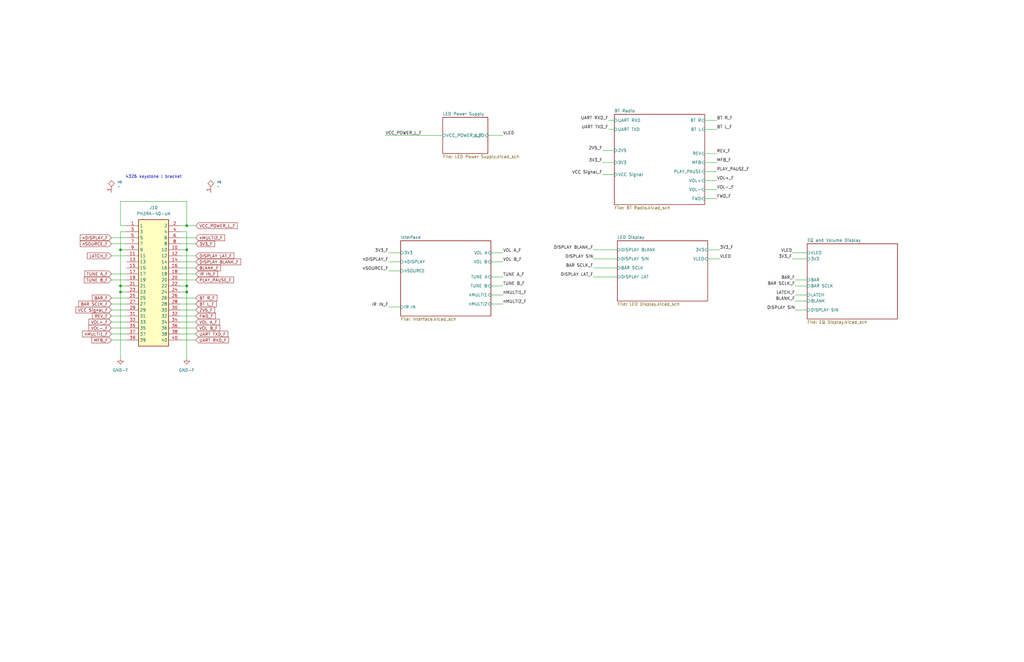
<source format=kicad_sch>
(kicad_sch (version 20231120) (generator "eeschema") (generator_version "8.0")
  (paper "B")
  (lib_symbols
    (symbol "1 Audio Amp:PH2RA-40-UA"
      (property "Reference" "J" (at 19.05 7.62 0))
      (property "Value" "PH2RA-40-UA" (at 19.05 5.08 0))
      (symbol "PH2RA-40-UA_1_1"
        (rectangle (start 5.08 2.54) (end 17.78 -50.8) (stroke (width 0.254)) (fill (type background)))
        (pin passive line (at 0 0 0) (length 5.08) (name "1") (number "1"))
        (pin passive line (at 22.86 -10.16 180) (length 5.08) (name "10") (number "10"))
        (pin passive line (at 0 -12.7 0) (length 5.08) (name "11") (number "11"))
        (pin passive line (at 22.86 -12.7 180) (length 5.08) (name "12") (number "12"))
        (pin passive line (at 0 -15.24 0) (length 5.08) (name "13") (number "13"))
        (pin passive line (at 22.86 -15.24 180) (length 5.08) (name "14") (number "14"))
        (pin passive line (at 0 -17.78 0) (length 5.08) (name "15") (number "15"))
        (pin passive line (at 22.86 -17.78 180) (length 5.08) (name "16") (number "16"))
        (pin passive line (at 0 -20.32 0) (length 5.08) (name "17") (number "17"))
        (pin passive line (at 22.86 -20.32 180) (length 5.08) (name "18") (number "18"))
        (pin passive line (at 0 -22.86 0) (length 5.08) (name "19") (number "19"))
        (pin passive line (at 22.86 0 180) (length 5.08) (name "2") (number "2"))
        (pin passive line (at 22.86 -22.86 180) (length 5.08) (name "20") (number "20"))
        (pin passive line (at 0 -25.4 0) (length 5.08) (name "21") (number "21"))
        (pin passive line (at 22.86 -25.4 180) (length 5.08) (name "22") (number "22"))
        (pin passive line (at 0 -27.94 0) (length 5.08) (name "23") (number "23"))
        (pin passive line (at 22.86 -27.94 180) (length 5.08) (name "24") (number "24"))
        (pin passive line (at 0 -30.48 0) (length 5.08) (name "25") (number "25"))
        (pin passive line (at 22.86 -30.48 180) (length 5.08) (name "26") (number "26"))
        (pin passive line (at 0 -33.02 0) (length 5.08) (name "27") (number "27"))
        (pin passive line (at 22.86 -33.02 180) (length 5.08) (name "28") (number "28"))
        (pin passive line (at 0 -35.56 0) (length 5.08) (name "29") (number "29"))
        (pin passive line (at 0 -2.54 0) (length 5.08) (name "3") (number "3"))
        (pin passive line (at 22.86 -35.56 180) (length 5.08) (name "30") (number "30"))
        (pin passive line (at 0 -38.1 0) (length 5.08) (name "31") (number "31"))
        (pin passive line (at 22.86 -38.1 180) (length 5.08) (name "32") (number "32"))
        (pin passive line (at 0 -40.64 0) (length 5.08) (name "33") (number "33"))
        (pin passive line (at 22.86 -40.64 180) (length 5.08) (name "34") (number "34"))
        (pin passive line (at 0 -43.18 0) (length 5.08) (name "35") (number "35"))
        (pin passive line (at 22.86 -43.18 180) (length 5.08) (name "36") (number "36"))
        (pin passive line (at 0 -45.72 0) (length 5.08) (name "37") (number "37"))
        (pin passive line (at 22.86 -45.72 180) (length 5.08) (name "38") (number "38"))
        (pin passive line (at 0 -48.26 0) (length 5.08) (name "39") (number "39"))
        (pin passive line (at 22.86 -2.54 180) (length 5.08) (name "4") (number "4"))
        (pin passive line (at 22.86 -48.26 180) (length 5.08) (name "40") (number "40"))
        (pin passive line (at 0 -5.08 0) (length 5.08) (name "5") (number "5"))
        (pin passive line (at 22.86 -5.08 180) (length 5.08) (name "6") (number "6"))
        (pin passive line (at 0 -7.62 0) (length 5.08) (name "7") (number "7"))
        (pin passive line (at 22.86 -7.62 180) (length 5.08) (name "8") (number "8"))
        (pin passive line (at 0 -10.16 0) (length 5.08) (name "9") (number "9"))
      )
    )
    (symbol "1 Audio Amp:TP"
      (property "Reference" "TP" (at 2.54 -1.27 0))
      (symbol "TP_0_1"
        (polyline (pts (xy 0 -1.27) (xy 1.27 0) (xy 0 1.27) (xy -1.27 0) (xy 0 -1.27)))
      )
      (symbol "TP_1_1"
        (pin input line (at 0 -3.81 90) (length 2.54) (name "") (number "1"))
      )
    )
    (symbol "GND_1" (power) (pin_names (offset 0))
      (property "Value" "GND" (at 0 -3.81 0))
      (symbol "GND_1_0_1"
        (polyline (pts (xy 0 0) (xy 0 -1.27) (xy 1.27 -1.27) (xy 0 -2.54) (xy -1.27 -1.27) (xy 0 -1.27)))
      )
      (symbol "GND_1_1_1"
        (pin power_in line (at 0 0 270) (length 0) hide (name "GND") (number "1"))
      )
    )
    (symbol "GND_7" (power) (pin_names (offset 0))
      (property "Value" "GND" (at 0 -3.81 0))
      (symbol "GND_7_0_1"
        (polyline (pts (xy 0 0) (xy 0 -1.27) (xy 1.27 -1.27) (xy 0 -2.54) (xy -1.27 -1.27) (xy 0 -1.27)))
      )
      (symbol "GND_7_1_1"
        (pin power_in line (at 0 0 270) (length 0) hide (name "GND") (number "1"))
      )
    )
  )
  (junction (at 50.8 105.41))
  (junction (at 78.74 95.25))
  (junction (at 50.8 120.65))
  (junction (at 78.74 123.19))
  (junction (at 50.8 123.19))
  (junction (at 78.74 105.41))
  (junction (at 78.74 120.65))
  (wire (pts (xy 340.36 106.68) (xy 334.01 106.68)))
  (wire (pts (xy 76.2 138.43) (xy 82.55 138.43)))
  (wire (pts (xy 163.83 129.54) (xy 168.91 129.54)))
  (wire (pts (xy 50.8 95.25) (xy 50.8 85.09)))
  (wire (pts (xy 212.09 116.84) (xy 207.01 116.84)))
  (wire (pts (xy 76.2 105.41) (xy 78.74 105.41)))
  (wire (pts (xy 162.56 57.15) (xy 186.69 57.15)))
  (wire (pts (xy 76.2 113.03) (xy 82.55 113.03)))
  (wire (pts (xy 340.36 109.22) (xy 334.01 109.22)))
  (wire (pts (xy 50.8 123.19) (xy 50.8 151.13)))
  (wire (pts (xy 297.18 76.2) (xy 302.26 76.2)))
  (wire (pts (xy 340.36 120.65) (xy 335.28 120.65)))
  (wire (pts (xy 46.99 138.43) (xy 53.34 138.43)))
  (wire (pts (xy 46.99 140.97) (xy 53.34 140.97)))
  (wire (pts (xy 76.2 102.87) (xy 82.55 102.87)))
  (wire (pts (xy 46.99 128.27) (xy 53.34 128.27)))
  (wire (pts (xy 78.74 123.19) (xy 78.74 151.13)))
  (wire (pts (xy 50.8 95.25) (xy 53.34 95.25)))
  (wire (pts (xy 76.2 100.33) (xy 82.55 100.33)))
  (wire (pts (xy 298.45 109.22) (xy 303.53 109.22)))
  (wire (pts (xy 212.09 128.27) (xy 207.01 128.27)))
  (wire (pts (xy 76.2 115.57) (xy 82.55 115.57)))
  (wire (pts (xy 76.2 130.81) (xy 82.55 130.81)))
  (wire (pts (xy 76.2 97.79) (xy 78.74 97.79)))
  (wire (pts (xy 256.54 54.61) (xy 259.08 54.61)))
  (wire (pts (xy 50.8 97.79) (xy 50.8 105.41)))
  (wire (pts (xy 78.74 97.79) (xy 78.74 105.41)))
  (wire (pts (xy 46.99 100.33) (xy 53.34 100.33)))
  (wire (pts (xy 297.18 80.01) (xy 302.26 80.01)))
  (wire (pts (xy 212.09 106.68) (xy 207.01 106.68)))
  (wire (pts (xy 205.74 57.15) (xy 212.09 57.15)))
  (wire (pts (xy 297.18 64.77) (xy 302.26 64.77)))
  (wire (pts (xy 46.99 107.95) (xy 53.34 107.95)))
  (wire (pts (xy 163.83 114.3) (xy 168.91 114.3)))
  (wire (pts (xy 163.83 106.68) (xy 168.91 106.68)))
  (wire (pts (xy 297.18 50.8) (xy 302.26 50.8)))
  (wire (pts (xy 76.2 123.19) (xy 78.74 123.19)))
  (wire (pts (xy 76.2 125.73) (xy 82.55 125.73)))
  (wire (pts (xy 76.2 133.35) (xy 82.55 133.35)))
  (wire (pts (xy 50.8 120.65) (xy 53.34 120.65)))
  (wire (pts (xy 76.2 107.95) (xy 82.55 107.95)))
  (wire (pts (xy 78.74 120.65) (xy 78.74 123.19)))
  (wire (pts (xy 76.2 110.49) (xy 82.55 110.49)))
  (wire (pts (xy 78.74 105.41) (xy 78.74 120.65)))
  (wire (pts (xy 256.54 50.8) (xy 259.08 50.8)))
  (wire (pts (xy 163.83 110.49) (xy 168.91 110.49)))
  (wire (pts (xy 78.74 85.09) (xy 78.74 95.25)))
  (wire (pts (xy 46.99 133.35) (xy 53.34 133.35)))
  (wire (pts (xy 46.99 130.81) (xy 53.34 130.81)))
  (wire (pts (xy 250.19 109.22) (xy 260.35 109.22)))
  (wire (pts (xy 76.2 95.25) (xy 78.74 95.25)))
  (wire (pts (xy 76.2 118.11) (xy 82.55 118.11)))
  (wire (pts (xy 212.09 124.46) (xy 207.01 124.46)))
  (wire (pts (xy 46.99 115.57) (xy 53.34 115.57)))
  (wire (pts (xy 259.08 68.58) (xy 254 68.58)))
  (wire (pts (xy 46.99 135.89) (xy 53.34 135.89)))
  (wire (pts (xy 250.19 116.84) (xy 260.35 116.84)))
  (wire (pts (xy 76.2 128.27) (xy 82.55 128.27)))
  (wire (pts (xy 212.09 110.49) (xy 207.01 110.49)))
  (wire (pts (xy 53.34 123.19) (xy 50.8 123.19)))
  (wire (pts (xy 76.2 143.51) (xy 82.55 143.51)))
  (wire (pts (xy 340.36 127) (xy 335.28 127)))
  (wire (pts (xy 76.2 120.65) (xy 78.74 120.65)))
  (wire (pts (xy 46.99 143.51) (xy 53.34 143.51)))
  (wire (pts (xy 46.99 118.11) (xy 53.34 118.11)))
  (wire (pts (xy 46.99 102.87) (xy 53.34 102.87)))
  (wire (pts (xy 340.36 124.46) (xy 335.28 124.46)))
  (wire (pts (xy 53.34 105.41) (xy 50.8 105.41)))
  (wire (pts (xy 298.45 105.41) (xy 303.53 105.41)))
  (wire (pts (xy 340.36 118.11) (xy 335.28 118.11)))
  (wire (pts (xy 212.09 120.65) (xy 207.01 120.65)))
  (wire (pts (xy 50.8 105.41) (xy 50.8 120.65)))
  (wire (pts (xy 50.8 120.65) (xy 50.8 123.19)))
  (wire (pts (xy 250.19 113.03) (xy 260.35 113.03)))
  (wire (pts (xy 53.34 97.79) (xy 50.8 97.79)))
  (wire (pts (xy 297.18 83.82) (xy 302.26 83.82)))
  (wire (pts (xy 254 63.5) (xy 259.08 63.5)))
  (wire (pts (xy 46.99 125.73) (xy 53.34 125.73)))
  (wire (pts (xy 78.74 95.25) (xy 82.55 95.25)))
  (wire (pts (xy 50.8 85.09) (xy 78.74 85.09)))
  (wire (pts (xy 259.08 73.66) (xy 254 73.66)))
  (wire (pts (xy 76.2 135.89) (xy 82.55 135.89)))
  (wire (pts (xy 297.18 72.39) (xy 302.26 72.39)))
  (wire (pts (xy 297.18 54.61) (xy 302.26 54.61)))
  (wire (pts (xy 297.18 68.58) (xy 302.26 68.58)))
  (wire (pts (xy 76.2 140.97) (xy 82.55 140.97)))
  (wire (pts (xy 250.19 105.41) (xy 260.35 105.41)))
  (wire (pts (xy 335.28 130.81) (xy 340.36 130.81)))
  (text "4326 keystone l bracket" (at 64.77 74.676 0) (effects (font (size 1.27 1.27))))
  (label "VLED" (at 303.53 109.22 0))
  (label "BAR_F" (at 335.28 118.11 180))
  (label "MFB_F" (at 302.26 68.58 0))
  (label "DISPLAY BLANK_F" (at 250.19 105.41 180))
  (label "REV_F" (at 302.26 64.77 0))
  (label "VLED" (at 212.09 57.15 0))
  (label "LATCH_F" (at 335.28 124.46 180))
  (label "DISPLAY SIN" (at 335.28 130.81 180))
  (label "2V5_F" (at 254 63.5 180))
  (label "BT L_F" (at 302.26 54.61 0))
  (label "PLAY_PAUSE_F" (at 302.26 72.39 0))
  (label "VCC_POWER_L_F" (at 162.56 57.15 0))
  (label "VLED" (at 334.01 106.68 180))
  (label "BLANK_F" (at 335.28 127 180))
  (label "IR IN_F" (at 163.83 129.54 180))
  (label "3V3_F" (at 254 68.58 180))
  (label "VOL B_F" (at 212.09 110.49 0))
  (label "BT R_F" (at 302.26 50.8 0))
  (label "VOL-_F" (at 302.26 80.01 0))
  (label "BAR SCLK_F" (at 335.28 120.65 180))
  (label "VOL+_F" (at 302.26 76.2 0))
  (label "nDISPLAY_F" (at 163.83 110.49 180))
  (label "3V3_F" (at 163.83 106.68 180))
  (label "BAR SCLK_F" (at 250.19 113.03 180))
  (label "VCC Signal_F" (at 254 73.66 180))
  (label "nMULTI2_F" (at 212.09 128.27 0))
  (label "TUNE A_F" (at 212.09 116.84 0))
  (label "TUNE B_F" (at 212.09 120.65 0))
  (label "3V3_F" (at 334.01 109.22 180))
  (label "FWD_F" (at 302.26 83.82 0))
  (label "UART RXD_F" (at 256.54 50.8 180))
  (label "VOL A_F" (at 212.09 106.68 0))
  (label "DISPLAY LAT_F" (at 250.19 116.84 180))
  (label "DISPLAY SIN" (at 250.19 109.22 180))
  (label "3V3_F" (at 303.53 105.41 0))
  (label "nMULTI1_F" (at 212.09 124.46 0))
  (label "UART TXD_F" (at 256.54 54.61 180))
  (label "nSOURCE_F" (at 163.83 114.3 180))
  (global_label "nMULTI1_F" (shape input) (at 46.99 140.97 180) (property "Intersheetrefs" "${INTERSHEET_REFS}" (effects (hide yes))))
  (global_label "BT L_F" (shape input) (at 82.55 128.27 0) (property "Intersheetrefs" "${INTERSHEET_REFS}" (effects (hide yes))))
  (global_label "nMULTI2_F" (shape input) (at 82.55 100.33 0) (property "Intersheetrefs" "${INTERSHEET_REFS}" (effects (hide yes))))
  (global_label "TUNE B_F" (shape input) (at 46.99 118.11 180) (property "Intersheetrefs" "${INTERSHEET_REFS}" (effects (hide yes))))
  (global_label "VOL B_F" (shape input) (at 82.55 138.43 0) (property "Intersheetrefs" "${INTERSHEET_REFS}" (effects (hide yes))))
  (global_label "PLAY_PAUSE_F" (shape input) (at 82.55 118.11 0) (property "Intersheetrefs" "${INTERSHEET_REFS}" (effects (hide yes))))
  (global_label "UART TXD_F" (shape input) (at 82.55 140.97 0) (property "Intersheetrefs" "${INTERSHEET_REFS}" (effects (hide yes))))
  (global_label "2V5_F" (shape input) (at 82.55 130.81 0) (property "Intersheetrefs" "${INTERSHEET_REFS}" (effects (hide yes))))
  (global_label "MFB_F" (shape input) (at 46.99 143.51 180) (property "Intersheetrefs" "${INTERSHEET_REFS}" (effects (hide yes))))
  (global_label "3V3_F" (shape input) (at 82.55 102.87 0) (property "Intersheetrefs" "${INTERSHEET_REFS}" (effects (hide yes))))
  (global_label "UART RXD_F" (shape input) (at 82.55 143.51 0) (property "Intersheetrefs" "${INTERSHEET_REFS}" (effects (hide yes))))
  (global_label "nDISPLAY_F" (shape input) (at 46.99 100.33 180) (property "Intersheetrefs" "${INTERSHEET_REFS}" (effects (hide yes))))
  (global_label "VOL-_F" (shape input) (at 46.99 138.43 180) (property "Intersheetrefs" "${INTERSHEET_REFS}" (effects (hide yes))))
  (global_label "REV_F" (shape input) (at 46.99 133.35 180) (property "Intersheetrefs" "${INTERSHEET_REFS}" (effects (hide yes))))
  (global_label "FWD_F" (shape input) (at 82.55 133.35 0) (property "Intersheetrefs" "${INTERSHEET_REFS}" (effects (hide yes))))
  (global_label "DISPLAY BLANK_F" (shape input) (at 82.55 110.49 0) (property "Intersheetrefs" "${INTERSHEET_REFS}" (effects (hide yes))))
  (global_label "IR IN_F" (shape input) (at 82.55 115.57 0) (property "Intersheetrefs" "${INTERSHEET_REFS}" (effects (hide yes))))
  (global_label "TUNE A_F" (shape input) (at 46.99 115.57 180) (property "Intersheetrefs" "${INTERSHEET_REFS}" (effects (hide yes))))
  (global_label "VCC_POWER_L_F" (shape input) (at 82.55 95.25 0) (property "Intersheetrefs" "${INTERSHEET_REFS}" (effects (hide yes))))
  (global_label "VOL+_F" (shape input) (at 46.99 135.89 180) (property "Intersheetrefs" "${INTERSHEET_REFS}" (effects (hide yes))))
  (global_label "VCC Signal_F" (shape input) (at 46.99 130.81 180) (property "Intersheetrefs" "${INTERSHEET_REFS}" (effects (hide yes))))
  (global_label "BT R_F" (shape input) (at 82.55 125.73 0) (property "Intersheetrefs" "${INTERSHEET_REFS}" (effects (hide yes))))
  (global_label "BAR_F" (shape input) (at 46.99 125.73 180) (property "Intersheetrefs" "${INTERSHEET_REFS}" (effects (hide yes))))
  (global_label "BAR SCLK_F" (shape input) (at 46.99 128.27 180) (property "Intersheetrefs" "${INTERSHEET_REFS}" (effects (hide yes))))
  (global_label "LATCH_F" (shape input) (at 46.99 107.95 180) (property "Intersheetrefs" "${INTERSHEET_REFS}" (effects (hide yes))))
  (global_label "BLANK_F" (shape input) (at 82.55 113.03 0) (property "Intersheetrefs" "${INTERSHEET_REFS}" (effects (hide yes))))
  (global_label "DISPLAY LAT_F" (shape input) (at 82.55 107.95 0) (property "Intersheetrefs" "${INTERSHEET_REFS}" (effects (hide yes))))
  (global_label "nSOURCE_F" (shape input) (at 46.99 102.87 180) (property "Intersheetrefs" "${INTERSHEET_REFS}" (effects (hide yes))))
  (global_label "VOL A_F" (shape input) (at 82.55 135.89 0) (property "Intersheetrefs" "${INTERSHEET_REFS}" (effects (hide yes))))
  (symbol (lib_name "GND_1") (lib_id "power:GND") (at 78.74 151.13 0) (mirror y) (unit 1)
    (property "Reference" "#PWR0265" (effects (hide yes)))
    (property "Value" "GND-F" (at 78.74 156.21 0))
  )
  (symbol (lib_id "1 Audio Amp:TP") (at 88.9 77.47 0) (unit 1)
    (property "Reference" "H6" (at 91.44 76.835 0) (effects (font (size 0.9 0.9)) (justify left)))
    (property "Value" "~" (at 91.44 78.74 0) (effects (justify left)))
    (property "Footprint" "MountingHole:MountingHole_3.7mm_Pad_TopBottom" (effects (hide yes)))
  )
  (symbol (lib_id "1 Audio Amp:TP") (at 46.99 77.47 0) (unit 1)
    (property "Reference" "H5" (at 49.53 76.835 0) (effects (font (size 0.9 0.9)) (justify left)))
    (property "Value" "~" (at 49.53 78.74 0) (effects (justify left)))
    (property "Footprint" "MountingHole:MountingHole_3.7mm_Pad_TopBottom" (effects (hide yes)))
  )
  (symbol (lib_name "GND_7") (lib_id "power:GND") (at 50.8 151.13 0) (mirror y) (unit 1)
    (property "Reference" "#PWR0264" (effects (hide yes)))
    (property "Value" "GND-F" (at 50.8 156.21 0))
  )
  (symbol (lib_id "1 Audio Amp:PH2RA-40-UA") (at 53.34 95.25 0) (unit 1)
    (property "Reference" "J10" (at 64.77 87.63 0))
    (property "Value" "PH2RA-40-UA" (at 64.77 90.17 0))
    (property "Footprint" "1 Audio Amp:HDRRA40W64P254_2X20_5080X250X500P" (effects (hide yes)))
    (property "Datasheet" "https://app.adam-tech.com/products/download/data_sheet/200508/ph2ra-xx-ua-data-sheet.pdf" (effects (hide yes)))
    (property "Description" "Connector Header Through Hole, Right Angle 40 position 0.100\" (2.54mm)" (effects (hide yes)))
    (property "Height" "5" (effects (hide yes)))
    (property "Manufacturer_Name" "Adam Tech" (effects (hide yes)))
    (property "Manufacturer_Part_Number" "PH2RA-40-UA" (effects (hide yes)))
    (property "Mouser Part Number" "737-PH2RA-40-UA" (effects (hide yes)))
    (property "Mouser Price/Stock" "https://www.mouser.co.uk/ProductDetail/Adam-Tech/PH2RA-40-UA?qs=HoCaDK9Nz5efc%252BNyH2K8lg%3D%3D" (effects (hide yes)))
  )
  (sheet (at 260.35 101.6) (size 38.1 25.4) (stroke (width 0.1524))
    (property "Sheetname" "LED Display" (at 260.35 100.8884 0) (effects (justify left bottom)))
    (property "Sheetfile" "LED Display.kicad_sch" (at 260.35 127.5846 0) (effects (justify left top)))
    (pin "DISPLAY BLANK" input (at 260.35 105.41 180))
    (pin "DISPLAY SIN" input (at 260.35 109.22 180))
    (pin "DISPLAY LAT" input (at 260.35 116.84 180))
    (pin "VLED" input (at 298.45 109.22 0))
    (pin "BAR SCLK" input (at 260.35 113.03 180))
    (pin "3V3" input (at 298.45 105.41 0))
  )
  (sheet (at 259.08 48.26) (size 38.1 38.1) (stroke (width 0.1524))
    (property "Sheetname" "BT Radio" (at 259.08 47.5484 0) (effects (justify left bottom)))
    (property "Sheetfile" "BT Radio.kicad_sch" (at 259.08 86.9446 0) (effects (justify left top)))
    (pin "FWD" input (at 297.18 83.82 0))
    (pin "VOL-" input (at 297.18 80.01 0))
    (pin "VOL+" input (at 297.18 76.2 0))
    (pin "PLAY_PAUSE" input (at 297.18 72.39 0))
    (pin "MFB" input (at 297.18 68.58 0))
    (pin "REV" input (at 297.18 64.77 0))
    (pin "VCC Signal" input (at 259.08 73.66 180))
    (pin "BT R" input (at 297.18 50.8 0))
    (pin "BT L" input (at 297.18 54.61 0))
    (pin "3V3" input (at 259.08 68.58 180))
    (pin "UART RXD" input (at 259.08 50.8 180))
    (pin "UART TXD" input (at 259.08 54.61 180))
    (pin "2V5" input (at 259.08 63.5 180))
  )
  (sheet (at 168.91 101.6) (size 38.1 31.75) (stroke (width 0.1524))
    (property "Sheetname" "Interface" (at 168.91 100.8884 0) (effects (justify left bottom)))
    (property "Sheetfile" "Interface.kicad_sch" (at 168.91 133.9346 0) (effects (justify left top)))
    (pin "3V3" input (at 168.91 106.68 180))
    (pin "nSOURCE" input (at 168.91 114.3 180))
    (pin "nMULTI1" input (at 207.01 124.46 0))
    (pin "VOL B" input (at 207.01 110.49 0))
    (pin "TUNE A" input (at 207.01 116.84 0))
    (pin "nMULTI2" input (at 207.01 128.27 0))
    (pin "TUNE B" input (at 207.01 120.65 0))
    (pin "VOL A" input (at 207.01 106.68 0))
    (pin "nDISPLAY" input (at 168.91 110.49 180))
    (pin "IR IN" input (at 168.91 129.54 180))
  )
  (sheet (at 186.69 49.53) (size 19.05 15.24) (stroke (width 0.1524))
    (property "Sheetname" "LED Power Supply" (at 186.69 48.8184 0) (effects (justify left bottom)))
    (property "Sheetfile" "LED Power Supply.kicad_sch" (at 186.69 65.3546 0) (effects (justify left top)))
    (pin "VLED" input (at 205.74 57.15 0))
    (pin "VCC_POWER_L_F" input (at 186.69 57.15 180))
  )
  (sheet (at 340.36 102.87) (size 38.1 31.75) (stroke (width 0.1524))
    (property "Sheetname" "EQ and Volume Display" (at 340.36 102.1584 0) (effects (justify left bottom)))
    (property "Sheetfile" "EQ Display.kicad_sch" (at 340.36 135.2046 0) (effects (justify left top)))
    (pin "BAR" input (at 340.36 118.11 180))
    (pin "VLED" input (at 340.36 106.68 180))
    (pin "BLANK" input (at 340.36 127 180))
    (pin "3V3" input (at 340.36 109.22 180))
    (pin "LATCH" input (at 340.36 124.46 180))
    (pin "BAR SCLK" input (at 340.36 120.65 180))
    (pin "DISPLAY SIN" input (at 340.36 130.81 180))
  )
)
</source>
